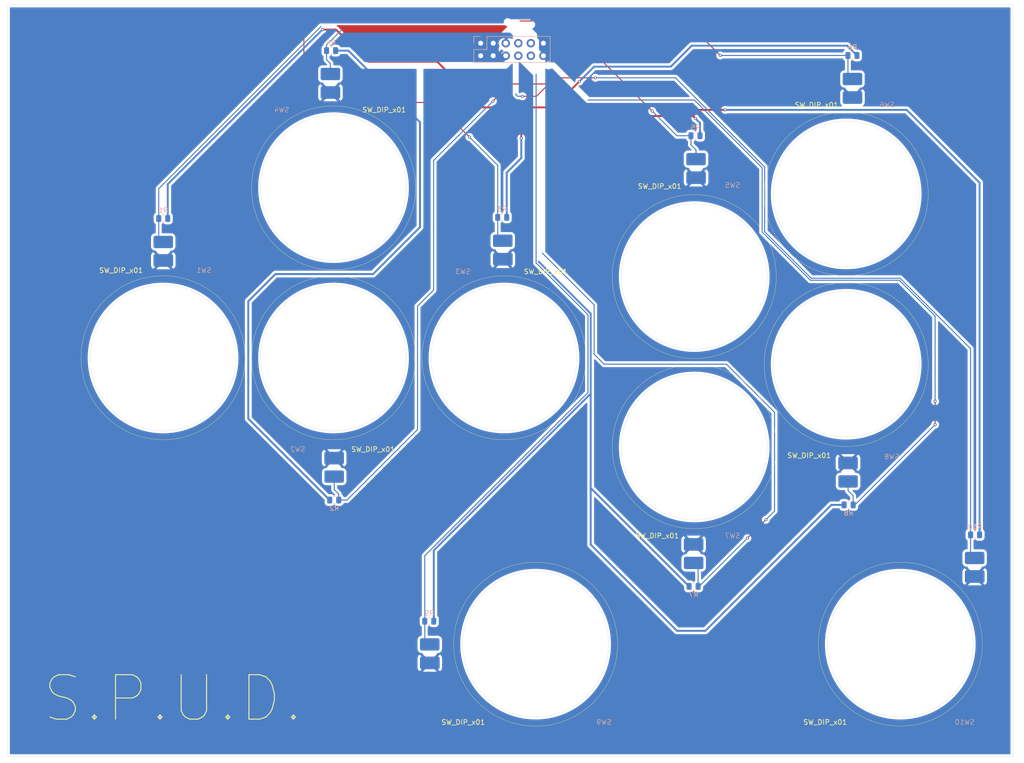
<source format=kicad_pcb>
(kicad_pcb (version 20241229) (generator "pcbnew") (generator_version "9.0")
  (layers (0 "F.Cu" signal) (2 "B.Cu" signal) (13 "F.Paste" user) (15 "B.Paste" user) (5 "F.SilkS" user "F.Silkscreen") (7 "B.SilkS" user "B.Silkscreen") (1 "F.Mask" user) (3 "B.Mask" user) (25 "Edge.Cuts" user))
  (net 0 "")
  (net 1 "GND")
  (net 2 "ARC10")
  (net 3 "3.3V")
  (net 4 "ARC4")
  (net 5 "ARC9")
  (net 6 "ARC3")
  (net 7 "ARC5")
  (net 8 "ARC1")
  (net 9 "ARC6")
  (net 10 "ARC7")
  (net 11 "ARC8")
  (net 12 "ARC2")
  (footprint "Resistor_SMD:R_0805_2012Metric" (layer "B.Cu") (at 53.032142 60.5 180)
    (property "Reference" "R1" (at 0 1.65 0) (layer "B.SilkS") (effects (justify mirror)))
    (property "Value" "10k")
    (fp_line (start -0.227064 0.735) (end 0.227064 0.735) (stroke (width 0.12)) (layer "B.SilkS"))
    (fp_line (start -0.227064 -0.735) (end 0.227064 -0.735) (stroke (width 0.12)) (layer "B.SilkS"))
    (pad "1" smd roundrect (at -0.9125 0 180) (size 1.025 1.4) (layers "B.Cu" "B.Mask" "B.Paste") (roundrect_rratio 0.243902) (net 3 "3.3V"))
    (pad "2" smd roundrect (at 0.9125 0 180) (size 1.025 1.4) (layers "B.Cu" "B.Mask" "B.Paste") (roundrect_rratio 0.243902) (net 8 "ARC1"))
  )
  (footprint "Resistor_SMD:R_0805_2012Metric" (layer "B.Cu") (at 192.520238 27.483125 180)
    (property "Reference" "R6" (at 0 1.65 0) (layer "B.SilkS") (effects (justify mirror)))
    (property "Value" "10k")
    (fp_line (start -0.227064 0.735) (end 0.227064 0.735) (stroke (width 0.12)) (layer "B.SilkS"))
    (fp_line (start -0.227064 -0.735) (end 0.227064 -0.735) (stroke (width 0.12)) (layer "B.SilkS"))
    (pad "1" smd roundrect (at -0.9125 0 180) (size 1.025 1.4) (layers "B.Cu" "B.Mask" "B.Paste") (roundrect_rratio 0.243902) (net 3 "3.3V"))
    (pad "2" smd roundrect (at 0.9125 0 180) (size 1.025 1.4) (layers "B.Cu" "B.Mask" "B.Paste") (roundrect_rratio 0.243902) (net 9 "ARC6"))
  )
  (footprint "Resistor_SMD:R_0805_2012Metric" (layer "B.Cu") (at 106.87625 142.05 180)
    (property "Reference" "R9" (at 0 1.65 0) (layer "B.SilkS") (effects (justify mirror)))
    (property "Value" "10k")
    (fp_line (start -0.227064 0.735) (end 0.227064 0.735) (stroke (width 0.12)) (layer "B.SilkS"))
    (fp_line (start -0.227064 -0.735) (end 0.227064 -0.735) (stroke (width 0.12)) (layer "B.SilkS"))
    (pad "1" smd roundrect (at -0.9125 0 180) (size 1.025 1.4) (layers "B.Cu" "B.Mask" "B.Paste") (roundrect_rratio 0.243902) (net 3 "3.3V"))
    (pad "2" smd roundrect (at 0.9125 0 180) (size 1.025 1.4) (layers "B.Cu" "B.Mask" "B.Paste") (roundrect_rratio 0.243902) (net 5 "ARC9"))
  )
  (footprint "custom:pads" (layer "B.Cu") (at 193.613125 117.5)
    (property "Reference" "SW8" (at 6.886875 -8.75 0) (layer "B.SilkS") (effects (font (thickness 0.1)) (justify mirror)))
    (property "Value" "SW_DIP_x01" (at -9.863125 -9 0) (layer "F.SilkS"))
    (pad "1" smd roundrect (at -1.97625 -3.75) (size 3.9525 2.5) (layers "B.Cu" "B.Mask" "B.Paste") (roundrect_rratio 0.15) (net 11 "ARC8"))
    (pad "2" smd roundrect (at -1.988125 -7.5) (size 3.97625 2.5675) (layers "B.Cu" "B.Mask" "B.Paste") (roundrect_rratio 0.15) (net 1 "GND"))
  )
  (footprint "Resistor_SMD:R_0805_2012Metric" (layer "B.Cu") (at 160.375 135)
    (property "Reference" "R7" (at 0 1.65 0) (layer "B.SilkS") (effects (justify mirror)))
    (property "Value" "10k")
    (fp_line (start -0.227064 -0.735) (end 0.227064 -0.735) (stroke (width 0.12)) (layer "B.SilkS"))
    (fp_line (start -0.227064 0.735) (end 0.227064 0.735) (stroke (width 0.12)) (layer "B.SilkS"))
    (pad "1" smd roundrect (at -0.9125 0) (size 1.025 1.4) (layers "B.Cu" "B.Mask" "B.Paste") (roundrect_rratio 0.243902) (net 3 "3.3V"))
    (pad "2" smd roundrect (at 0.9125 0) (size 1.025 1.4) (layers "B.Cu" "B.Mask" "B.Paste") (roundrect_rratio 0.243902) (net 10 "ARC7"))
  )
  (footprint "custom:pads" (layer "B.Cu") (at 215.27375 125.5 180)
    (property "Reference" "SW10" (at 0.02375 -37 0) (layer "B.SilkS") (effects (font (thickness 0.1)) (justify mirror)))
    (property "Value" "SW_DIP_x01" (at 28.27375 -37 0) (layer "F.SilkS"))
    (pad "1" smd roundrect (at -1.97625 -3.75 180) (size 3.9525 2.5) (layers "B.Cu" "B.Mask" "B.Paste") (roundrect_rratio 0.15) (net 2 "ARC10"))
    (pad "2" smd roundrect (at -1.988125 -7.5 180) (size 3.97625 2.5675) (layers "B.Cu" "B.Mask" "B.Paste") (roundrect_rratio 0.15) (net 1 "GND"))
  )
  (footprint "custom:pads" (layer "B.Cu") (at 89.613125 116.516875)
    (property "Reference" "SW2" (at -9.363125 -9.266875 0) (layer "B.SilkS") (effects (font (thickness 0.1)) (justify mirror)))
    (property "Value" "SW_DIP_x01" (at 5.886875 -9.266875 0) (layer "F.SilkS"))
    (pad "1" smd roundrect (at -1.97625 -3.75) (size 3.9525 2.5) (layers "B.Cu" "B.Mask" "B.Paste") (roundrect_rratio 0.15) (net 12 "ARC2"))
    (pad "2" smd roundrect (at -1.988125 -7.5) (size 3.97625 2.5675) (layers "B.Cu" "B.Mask" "B.Paste") (roundrect_rratio 0.15) (net 1 "GND"))
  )
  (footprint "Resistor_SMD:R_0805_2012Metric" (layer "B.Cu") (at 87 26.5 180)
    (property "Reference" "R4" (at 0 1.65 0) (layer "B.SilkS") (effects (justify mirror)))
    (property "Value" "10k")
    (fp_line (start -0.227064 0.735) (end 0.227064 0.735) (stroke (width 0.12)) (layer "B.SilkS"))
    (fp_line (start -0.227064 -0.735) (end 0.227064 -0.735) (stroke (width 0.12)) (layer "B.SilkS"))
    (pad "1" smd roundrect (at -0.9125 0 180) (size 1.025 1.4) (layers "B.Cu" "B.Mask" "B.Paste") (roundrect_rratio 0.243902) (net 3 "3.3V"))
    (pad "2" smd roundrect (at 0.9125 0 180) (size 1.025 1.4) (layers "B.Cu" "B.Mask" "B.Paste") (roundrect_rratio 0.243902) (net 4 "ARC4"))
  )
  (footprint "Connector_PinHeader_2.54mm:PinHeader_2x06_P2.54mm_Vertical" (layer "B.Cu") (at 117.275 25 -90)
    (property "Reference" "ARCADE_PCB_CONN2" (hide yes))
    (property "Value" "Conn_02x06_Top_Bottom" (hide yes))
    (fp_line (start -1.38 1.38) (end 0 1.38) (stroke (width 0.12)) (layer "B.SilkS"))
    (fp_line (start 1.27 1.38) (end 3.92 1.38) (stroke (width 0.12)) (layer "B.SilkS"))
    (fp_line (start 3.92 1.38) (end 3.92 -14.08) (stroke (width 0.12)) (layer "B.SilkS"))
    (fp_line (start -1.38 0) (end -1.38 1.38) (stroke (width 0.12)) (layer "B.SilkS"))
    (fp_line (start -1.38 -1.27) (end 1.27 -1.27) (stroke (width 0.12)) (layer "B.SilkS"))
    (fp_line (start -1.38 -1.27) (end -1.38 -14.08) (stroke (width 0.12)) (layer "B.SilkS"))
    (fp_line (start 1.27 -1.27) (end 1.27 1.38) (stroke (width 0.12)) (layer "B.SilkS"))
    (fp_line (start -1.38 -14.08) (end 3.92 -14.08) (stroke (width 0.12)) (layer "B.SilkS"))
    (pad "1" thru_hole rect (at 0 0 270) (size 1.7 1.7) (drill 1) (layers "*.Cu" "*.Mask") (net 8 "ARC1"))
    (pad "2" thru_hole circle (at 2.54 0 270) (size 1.7 1.7) (drill 1) (layers "*.Cu" "*.Mask") (net 12 "ARC2"))
    (pad "3" thru_hole circle (at 0 -2.54 270) (size 1.7 1.7) (drill 1) (layers "*.Cu" "*.Mask") (net 6 "ARC3"))
    (pad "4" thru_hole circle (at 2.54 -2.54 270) (size 1.7 1.7) (drill 1) (layers "*.Cu" "*.Mask") (net 4 "ARC4"))
    (pad "5" thru_hole circle (at 0 -5.08 270) (size 1.7 1.7) (drill 1) (layers "*.Cu" "*.Mask") (net 7 "ARC5"))
    (pad "6" thru_hole circle (at 2.54 -5.08 270) (size 1.7 1.7) (drill 1) (layers "*.Cu" "*.Mask") (net 9 "ARC6"))
    (pad "7" thru_hole circle (at 0 -7.62 270) (size 1.7 1.7) (drill 1) (layers "*.Cu" "*.Mask") (net 10 "ARC7"))
    (pad "8" thru_hole circle (at 2.54 -7.62 270) (size 1.7 1.7) (drill 1) (layers "*.Cu" "*.Mask") (net 11 "ARC8"))
    (pad "9" thru_hole circle (at 0 -10.16 270) (size 1.7 1.7) (drill 1) (layers "*.Cu" "*.Mask") (net 5 "ARC9"))
    (pad "10" thru_hole circle (at 2.54 -10.16 270) (size 1.7 1.7) (drill 1) (layers "*.Cu" "*.Mask") (net 2 "ARC10"))
    (pad "11" thru_hole circle (at 0 -12.7 270) (size 1.7 1.7) (drill 1) (layers "*.Cu" "*.Mask") (net 3 "3.3V"))
    (pad "12" thru_hole circle (at 2.54 -12.7 270) (size 1.7 1.7) (drill 1) (layers "*.Cu" "*.Mask") (net 1 "GND"))
  )
  (footprint "Resistor_SMD:R_0805_2012Metric" (layer "B.Cu") (at 87.636875 117.516875)
    (property "Reference" "R2" (at 0 1.65 0) (layer "B.SilkS") (effects (justify mirror)))
    (property "Value" "10k")
    (fp_line (start -0.227064 -0.735) (end 0.227064 -0.735) (stroke (width 0.12)) (layer "B.SilkS"))
    (fp_line (start -0.227064 0.735) (end 0.227064 0.735) (stroke (width 0.12)) (layer "B.SilkS"))
    (pad "1" smd roundrect (at -0.9125 0) (size 1.025 1.4) (layers "B.Cu" "B.Mask" "B.Paste") (roundrect_rratio 0.243902) (net 3 "3.3V"))
    (pad "2" smd roundrect (at 0.9125 0) (size 1.025 1.4) (layers "B.Cu" "B.Mask" "B.Paste") (roundrect_rratio 0.243902) (net 12 "ARC2"))
  )
  (footprint "Resistor_SMD:R_0805_2012Metric" (layer "B.Cu") (at 217.336875 124.566875 180)
    (property "Reference" "R10" (at 0 1.65 0) (layer "B.SilkS") (effects (justify mirror)))
    (property "Value" "10k")
    (fp_line (start -0.227064 0.735) (end 0.227064 0.735) (stroke (width 0.12)) (layer "B.SilkS"))
    (fp_line (start -0.227064 -0.735) (end 0.227064 -0.735) (stroke (width 0.12)) (layer "B.SilkS"))
    (pad "1" smd roundrect (at -0.9125 0 180) (size 1.025 1.4) (layers "B.Cu" "B.Mask" "B.Paste") (roundrect_rratio 0.243902) (net 3 "3.3V"))
    (pad "2" smd roundrect (at 0.9125 0 180) (size 1.025 1.4) (layers "B.Cu" "B.Mask" "B.Paste") (roundrect_rratio 0.243902) (net 2 "ARC10"))
  )
  (footprint "custom:pads" (layer "B.Cu") (at 51.055892 61.5 180)
    (property "Reference" "SW1" (at -10.194108 -9.5 0) (layer "B.SilkS") (effects (font (thickness 0.1)) (justify mirror)))
    (property "Value" "SW_DIP_x01" (at 6.555892 -9.5 0) (layer "F.SilkS"))
    (pad "1" smd roundrect (at -1.97625 -3.75 180) (size 3.9525 2.5) (layers "B.Cu" "B.Mask" "B.Paste") (roundrect_rratio 0.15) (net 8 "ARC1"))
    (pad "2" smd roundrect (at -1.988125 -7.5 180) (size 3.97625 2.5675) (layers "B.Cu" "B.Mask" "B.Paste") (roundrect_rratio 0.15) (net 1 "GND"))
  )
  (footprint "Resistor_SMD:R_0805_2012Metric" (layer "B.Cu") (at 160.75 43.733125 180)
    (property "Reference" "R5" (at 0 1.65 0) (layer "B.SilkS") (effects (justify mirror)))
    (property "Value" "10k")
    (fp_line (start -0.227064 0.735) (end 0.227064 0.735) (stroke (width 0.12)) (layer "B.SilkS"))
    (fp_line (start -0.227064 -0.735) (end 0.227064 -0.735) (stroke (width 0.12)) (layer "B.SilkS"))
    (pad "1" smd roundrect (at -0.9125 0 180) (size 1.025 1.4) (layers "B.Cu" "B.Mask" "B.Paste") (roundrect_rratio 0.243902) (net 3 "3.3V"))
    (pad "2" smd roundrect (at 0.9125 0 180) (size 1.025 1.4) (layers "B.Cu" "B.Mask" "B.Paste") (roundrect_rratio 0.243902) (net 7 "ARC5"))
  )
  (footprint "custom:pads" (layer "B.Cu") (at 162.363125 134)
    (property "Reference" "SW7" (at 5.886875 -9.25 0) (layer "B.SilkS") (effects (font (thickness 0.1)) (justify mirror)))
    (property "Value" "SW_DIP_x01" (at -9.363125 -9.25 0) (layer "F.SilkS"))
    (pad "1" smd roundrect (at -1.97625 -3.75) (size 3.9525 2.5) (layers "B.Cu" "B.Mask" "B.Paste") (roundrect_rratio 0.15) (net 10 "ARC7"))
    (pad "2" smd roundrect (at -1.988125 -7.5) (size 3.97625 2.5675) (layers "B.Cu" "B.Mask" "B.Paste") (roundrect_rratio 0.15) (net 1 "GND"))
  )
  (footprint "Resistor_SMD:R_0805_2012Metric" (layer "B.Cu") (at 191.75 118.5)
    (property "Reference" "R8" (at 0 1.65 0) (layer "B.SilkS") (effects (justify mirror)))
    (property "Value" "10k")
    (fp_line (start -0.227064 -0.735) (end 0.227064 -0.735) (stroke (width 0.12)) (layer "B.SilkS"))
    (fp_line (start -0.227064 0.735) (end 0.227064 0.735) (stroke (width 0.12)) (layer "B.SilkS"))
    (pad "1" smd roundrect (at -0.9125 0) (size 1.025 1.4) (layers "B.Cu" "B.Mask" "B.Paste") (roundrect_rratio 0.243902) (net 3 "3.3V"))
    (pad "2" smd roundrect (at 0.9125 0) (size 1.025 1.4) (layers "B.Cu" "B.Mask" "B.Paste") (roundrect_rratio 0.243902) (net 11 "ARC8"))
  )
  (footprint "custom:pads" (layer "B.Cu") (at 190.543988 28.5 180)
    (property "Reference" "SW6" (at -8.956012 -9 0) (layer "B.SilkS") (effects (font (thickness 0.1)) (justify mirror)))
    (property "Value" "SW_DIP_x01" (at 5.293988 -9 0) (layer "F.SilkS"))
    (pad "1" smd roundrect (at -1.97625 -3.75 180) (size 3.9525 2.5) (layers "B.Cu" "B.Mask" "B.Paste") (roundrect_rratio 0.15) (net 9 "ARC6"))
    (pad "2" smd roundrect (at -1.988125 -7.5 180) (size 3.97625 2.5675) (layers "B.Cu" "B.Mask" "B.Paste") (roundrect_rratio 0.15) (net 1 "GND"))
  )
  (footprint "custom:pads" (layer "B.Cu") (at 119.77375 61.25 180)
    (property "Reference" "SW3" (at 6.080923 -10 0) (layer "B.SilkS") (effects (font (thickness 0.1)) (justify mirror)))
    (property "Value" "SW_DIP_x01" (at -10.669077 -10 0) (layer "F.SilkS"))
    (pad "1" smd roundrect (at -1.97625 -3.75 180) (size 3.9525 2.5) (layers "B.Cu" "B.Mask" "B.Paste") (roundrect_rratio 0.15) (net 6 "ARC3"))
    (pad "2" smd roundrect (at -1.988125 -7.5 180) (size 3.97625 2.5675) (layers "B.Cu" "B.Mask" "B.Paste") (roundrect_rratio 0.15) (net 1 "GND"))
  )
  (footprint "custom:pads" (layer "B.Cu") (at 158.886875 44.733125 180)
    (property "Reference" "SW5" (at -9.363125 -9.016875 0) (layer "B.SilkS") (effects (font (thickness 0.1)) (justify mirror)))
    (property "Value" "SW_DIP_x01" (at 5.386875 -9.25 0) (layer "F.SilkS"))
    (pad "1" smd roundrect (at -1.97625 -3.75 180) (size 3.9525 2.5) (layers "B.Cu" "B.Mask" "B.Paste") (roundrect_rratio 0.15) (net 7 "ARC5"))
    (pad "2" smd roundrect (at -1.988125 -7.5 180) (size 3.97625 2.5675) (layers "B.Cu" "B.Mask" "B.Paste") (roundrect_rratio 0.15) (net 1 "GND"))
  )
  (footprint "custom:pads" (layer "B.Cu") (at 84.886875 27.483125 180)
    (property "Reference" "SW4" (at 7.886875 -11.016875 0) (layer "B.SilkS") (effects (font (thickness 0.1)) (justify mirror)))
    (property "Value" "SW_DIP_x01" (at -12.863125 -11.016875 0) (layer "F.SilkS"))
    (pad "1" smd roundrect (at -1.97625 -3.75 180) (size 3.9525 2.5) (layers "B.Cu" "B.Mask" "B.Paste") (roundrect_rratio 0.15) (net 4 "ARC4"))
    (pad "2" smd roundrect (at -1.988125 -7.5 180) (size 3.97625 2.5675) (layers "B.Cu" "B.Mask" "B.Paste") (roundrect_rratio 0.15) (net 1 "GND"))
  )
  (footprint "Resistor_SMD:R_0805_2012Metric" (layer "B.Cu") (at 121.636875 60.266875 180)
    (property "Reference" "R3" (at 0 1.65 0) (layer "B.SilkS") (effects (justify mirror)))
    (property "Value" "10k")
    (fp_line (start -0.227064 0.735) (end 0.227064 0.735) (stroke (width 0.12)) (layer "B.SilkS"))
    (fp_line (start -0.227064 -0.735) (end 0.227064 -0.735) (stroke (width 0.12)) (layer "B.SilkS"))
    (pad "1" smd roundrect (at -0.9125 0 180) (size 1.025 1.4) (layers "B.Cu" "B.Mask" "B.Paste") (roundrect_rratio 0.243902) (net 3 "3.3V"))
    (pad "2" smd roundrect (at 0.9125 0 180) (size 1.025 1.4) (layers "B.Cu" "B.Mask" "B.Paste") (roundrect_rratio 0.243902) (net 6 "ARC3"))
  )
  (footprint "custom:pads" (layer "B.Cu") (at 105 143 180)
    (property "Reference" "SW9" (at -37.25 -19.5 0) (layer "B.SilkS") (effects (font (thickness 0.1)) (justify mirror)))
    (property "Value" "SW_DIP_x01" (at -8.75 -19.516875 0) (layer "F.SilkS"))
    (pad "1" smd roundrect (at -1.97625 -3.75 180) (size 3.9525 2.5) (layers "B.Cu" "B.Mask" "B.Paste") (roundrect_rratio 0.15) (net 5 "ARC9"))
    (pad "2" smd roundrect (at -1.988125 -7.5 180) (size 3.97625 2.5675) (layers "B.Cu" "B.Mask" "B.Paste") (roundrect_rratio 0.15) (net 1 "GND"))
  )
  (gr_circle (center 53 88.7) (end 36.4 88.7) (stroke (width 0.05)) (fill no) (layer "F.SilkS"))
  (gr_circle (center 160.5 72.266875) (end 177.1 72.266875) (stroke (width 0.05)) (fill no) (layer "F.SilkS"))
  (gr_circle (center 122 88.7) (end 105.4 88.7) (stroke (width 0.05)) (fill no) (layer "F.SilkS"))
  (gr_circle (center 87.5 54.3) (end 104.1 54.3) (stroke (width 0.05)) (fill no) (layer "F.SilkS"))
  (gr_circle (center 202.2 146.7) (end 218.8 146.7) (stroke (width 0.05)) (fill no) (layer "F.SilkS"))
  (gr_circle (center 191.25 90.066875) (end 207.85 90.066875) (stroke (width 0.05)) (fill no) (layer "F.SilkS"))
  (gr_circle (center 160.5 106.716875) (end 143.9 106.716875) (stroke (width 0.05)) (fill no) (layer "F.SilkS"))
  (gr_circle (center 128.4 146.7) (end 145 146.7) (stroke (width 0.05)) (fill no) (layer "F.SilkS"))
  (gr_circle (center 191.25 55.516875) (end 207.85 55.516875) (stroke (width 0.05)) (fill no) (layer "F.SilkS"))
  (gr_circle (center 87.5 88.7) (end 70.9 88.7) (stroke (width 0.05)) (fill no) (layer "F.SilkS"))
  (gr_circle (center 128.4 146.7) (end 143.15 146.7) (stroke (width 0.05)) (fill no) (layer "Edge.Cuts"))
  (gr_circle (center 202.2 146.7) (end 216.95 146.7) (stroke (width 0.05)) (fill no) (layer "Edge.Cuts"))
  (gr_circle (center 160.5 106.766875) (end 175.25 106.766875) (stroke (width 0.05)) (fill no) (layer "Edge.Cuts"))
  (gr_circle (center 53 88.75) (end 67.75 88.75) (stroke (width 0.05)) (fill no) (layer "Edge.Cuts"))
  (gr_circle (center 191.25 55.516875) (end 206 55.516875) (stroke (width 0.05)) (fill no) (layer "Edge.Cuts"))
  (gr_circle (center 87.5 88.75) (end 102.25 88.75) (stroke (width 0.05)) (fill no) (layer "Edge.Cuts"))
  (gr_circle (center 191.25 90.016875) (end 206 90.016875) (stroke (width 0.05)) (fill no) (layer "Edge.Cuts"))
  (gr_rect (start 21.5 17.25) (end 225 169.5) (stroke (width 0.05)) (fill no) (layer "Edge.Cuts"))
  (gr_circle (center 160.5 72.266875) (end 175.25 72.266875) (stroke (width 0.05)) (fill no) (layer "Edge.Cuts"))
  (gr_circle (center 87.5 54.25) (end 102.25 54.25) (stroke (width 0.05)) (fill no) (layer "Edge.Cuts"))
  (gr_circle (center 122 88.75) (end 136.75 88.75) (stroke (width 0.05)) (fill no) (layer "Edge.Cuts"))
  (gr_text "S.P.U.D." (at 28.25 163 0) (layer "F.SilkS") (effects (font (size 9 9) (thickness 0.2) (bold yes)) (justify left bottom)))
  (segment (start 132.3171 32) (end 128.5671 35.75) (width 0.2) (layer "F.Cu") (net 2))
  (segment (start 125.75 35.75) (end 128.5671 35.75) (width 0.2) (layer "F.Cu") (net 2))
  (segment (start 140.5 32) (end 132.3171 32) (width 0.2) (layer "F.Cu") (net 2))
  (via (at 140.5 32) (size 0.6) (drill 0.3) (layers "F.Cu" "B.Cu") (net 2))
  (via (at 125.75 35.75) (size 0.6) (drill 0.3) (layers "F.Cu" "B.Cu") (net 2))
  (segment (start 216.424375 86.857275) (end 202.1661 72.599) (width 0.2) (layer "B.Cu") (net 2))
  (segment (start 184.1661 72.599) (end 174.75 63.1829) (width 0.2) (layer "B.Cu") (net 2))
  (segment (start 216.424375 128.424375) (end 217.25 129.25) (width 0.2) (layer "B.Cu") (net 2))
  (segment (start 156.698426 32) (end 140.5 32) (width 0.2) (layer "B.Cu") (net 2))
  (segment (start 202.1661 72.599) (end 184.1661 72.599) (width 0.2) (layer "B.Cu") (net 2))
  (segment (start 125.75 35.75) (end 125.5 35.75) (width 0.2) (layer "B.Cu") (net 2))
  (segment (start 174.75 63.1829) (end 174.75 50.051574) (width 0.2) (layer "B.Cu") (net 2))
  (segment (start 174.75 50.051574) (end 156.698426 32) (width 0.2) (layer "B.Cu") (net 2))
  (segment (start 216.424375 124.566875) (end 216.424375 128.424375) (width 0.2) (layer "B.Cu") (net 2))
  (segment (start 124.75 35.75) (end 125.75 35.75) (width 0.2) (layer "B.Cu") (net 2))
  (segment (start 216.424375 124.566875) (end 216.424375 86.857275) (width 0.2) (layer "B.Cu") (net 2))
  (segment (start 124.375 35.25) (end 124.375 35.375) (width 0.2) (layer "B.Cu") (net 2))
  (segment (start 124.375 35.375) (end 124.75 35.75) (width 0.2) (layer "B.Cu") (net 2))
  (segment (start 94.5 28.75) (end 88 22.25) (width 0.38) (layer "F.Cu") (net 3))
  (segment (start 125.5 38) (end 117.75 38) (width 0.38) (layer "F.Cu") (net 3))
  (segment (start 137.25 32.75) (end 132 38) (width 0.38) (layer "F.Cu") (net 3))
  (segment (start 108.5 28.75) (end 94.5 28.75) (width 0.38) (layer "F.Cu") (net 3))
  (segment (start 125.5 44.25) (end 125.5 38) (width 0.38) (layer "F.Cu") (net 3))
  (segment (start 160.75 40.25) (end 160.25 39.75) (width 0.38) (layer "F.Cu") (net 3))
  (segment (start 160.25 39.75) (end 133.75 39.75) (width 0.38) (layer "F.Cu") (net 3))
  (segment (start 132 38) (end 125.5 38) (width 0.38) (layer "F.Cu") (net 3))
  (segment (start 117.75 38) (end 108.5 28.75) (width 0.38) (layer "F.Cu") (net 3))
  (segment (start 88 22.25) (end 85.25 22.25) (width 0.38) (layer "F.Cu") (net 3))
  (segment (start 166.75 38.5) (end 161.5 38.5) (width 0.38) (layer "F.Cu") (net 3))
  (segment (start 161.5 38.5) (end 160.25 39.75) (width 0.38) (layer "F.Cu") (net 3))
  (segment (start 133.75 39.75) (end 132 38) (width 0.38) (layer "F.Cu") (net 3))
  (via (at 125.5 44.25) (size 0.6) (drill 0.3) (layers "F.Cu" "B.Cu") (net 3))
  (via (at 137.25 32.75) (size 0.6) (drill 0.3) (layers "F.Cu" "B.Cu") (net 3))
  (via (at 166.75 38.5) (size 0.6) (drill 0.3) (layers "F.Cu" "B.Cu") (net 3))
  (via (at 160.75 40.25) (size 0.6) (drill 0.3) (layers "F.Cu" "B.Cu") (net 3))
  (via (at 85.25 22.25) (size 0.6) (drill 0.3) (layers "F.Cu" "B.Cu") (net 3))
  (segment (start 190.8375 118.5) (end 188.25 118.5) (width 0.38) (layer "B.Cu") (net 3))
  (segment (start 107.78875 127.72634) (end 139.541001 95.974089) (width 0.38) (layer "B.Cu") (net 3))
  (segment (start 122.549375 60.266875) (end 122.549375 51.200625) (width 0.38) (layer "B.Cu") (net 3))
  (segment (start 53.944642 53.555358) (end 85.25 22.25) (width 0.38) (layer "B.Cu") (net 3))
  (segment (start 193.432738 27.483125) (end 191.449613 25.5) (width 0.38) (layer "B.Cu") (net 3))
  (segment (start 140.25 29.75) (end 137.25 32.75) (width 0.38) (layer "B.Cu") (net 3))
  (segment (start 203.5 38.5) (end 166.75 38.5) (width 0.38) (layer "B.Cu") (net 3))
  (segment (start 107.78875 142.05) (end 107.78875 127.72634) (width 0.38) (layer "B.Cu") (net 3))
  (segment (start 162.75 144) (end 157 144) (width 0.38) (layer "B.Cu") (net 3))
  (segment (start 90.5 26.5) (end 105 41) (width 0.38) (layer "B.Cu") (net 3))
  (segment (start 53.944642 60.5) (end 53.944642 53.555358) (width 0.38) (layer "B.Cu") (net 3))
  (segment (start 86.724375 117.516875) (end 70.25 101.0425) (width 0.38) (layer "B.Cu") (net 3))
  (segment (start 155.75 29.75) (end 140.25 29.75) (width 0.38) (layer "B.Cu") (net 3))
  (segment (start 139.541001 95.974089) (end 139.541 79.75) (width 0.38) (layer "B.Cu") (net 3))
  (segment (start 70.25 77.25) (end 75.75 71.75) (width 0.38) (layer "B.Cu") (net 3))
  (segment (start 70.25 101.0425) (end 70.25 77.25) (width 0.38) (layer "B.Cu") (net 3))
  (segment (start 139.541001 115.078501) (end 139.541001 95.974089) (width 0.38) (layer "B.Cu") (net 3))
  (segment (start 105 62.25) (end 105 41) (width 0.38) (layer "B.Cu") (net 3))
  (segment (start 87.9125 26.5) (end 90.5 26.5) (width 0.38) (layer "B.Cu") (net 3))
  (segment (start 160 25.5) (end 155.75 29.75) (width 0.38) (layer "B.Cu") (net 3))
  (segment (start 191.449613 25.5) (end 160 25.5) (width 0.38) (layer "B.Cu") (net 3))
  (segment (start 161.6625 43.733125) (end 161.6625 41.5) (width 0.38) (layer "B.Cu") (net 3))
  (segment (start 159.4625 135) (end 139.541001 115.078501) (width 0.38) (layer "B.Cu") (net 3))
  (segment (start 122.549375 51.200625) (end 125.5 48.25) (width 0.38) (layer "B.Cu") (net 3))
  (segment (start 139.541 79.75) (end 129.041 69.25) (width 0.38) (layer "B.Cu") (net 3))
  (segment (start 161.6625 41.1625) (end 160.75 40.25) (width 0.38) (layer "B.Cu") (net 3))
  (segment (start 125.5 48.25) (end 125.5 44.25) (width 0.38) (layer "B.Cu") (net 3))
  (segment (start 139.541001 126.541001) (end 139.541001 115.078501) (width 0.38) (layer "B.Cu") (net 3))
  (segment (start 188.25 118.5) (end 162.75 144) (width 0.38) (layer "B.Cu") (net 3))
  (segment (start 218.249375 53.249375) (end 203.5 38.5) (width 0.38) (layer "B.Cu") (net 3))
  (segment (start 157 144) (end 139.541001 126.541001) (width 0.38) (layer "B.Cu") (net 3))
  (segment (start 218.249375 124.566875) (end 218.249375 53.249375) (width 0.38) (layer "B.Cu") (net 3))
  (segment (start 75.75 71.75) (end 95.5 71.75) (width 0.38) (layer "B.Cu") (net 3))
  (segment (start 95.5 71.75) (end 105 62.25) (width 0.38) (layer "B.Cu") (net 3))
  (segment (start 161.6625 41.5) (end 161.6625 41.1625) (width 0.38) (layer "B.Cu") (net 3))
  (segment (start 86.863125 31.233125) (end 86.863125 29.113125) (width 0.2) (layer "B.Cu") (net 4))
  (segment (start 86.863125 31.233125) (end 86.483125 31.233125) (width 0.2) (layer "B.Cu") (net 4))
  (segment (start 86.0875 28.3375) (end 86.0875 26.5) (width 0.2) (layer "B.Cu") (net 4))
  (segment (start 86.863125 29.113125) (end 86.0875 28.3375) (width 0.2) (layer "B.Cu") (net 4))
  (segment (start 86.0875 25.346148) (end 89.183648 22.25) (width 0.2) (layer "B.Cu") (net 4))
  (segment (start 86.0875 26.5) (end 86.0875 25.346148) (width 0.2) (layer "B.Cu") (net 4))
  (segment (start 105.96375 142.05) (end 105.96375 128.78625) (width 0.2) (layer "B.Cu") (net 5))
  (segment (start 105.96375 145.7375) (end 106.97625 146.75) (width 0.2) (layer "B.Cu") (net 5))
  (segment (start 105.96375 142.05) (end 105.96375 145.7375) (width 0.2) (layer "B.Cu") (net 5))
  (segment (start 128.5 69.5) (end 128.5 31.25) (width 0.2) (layer "B.Cu") (net 5))
  (segment (start 139 80) (end 128.5 69.5) (width 0.2) (layer "B.Cu") (net 5))
  (segment (start 105.96375 128.78625) (end 139 95.75) (width 0.2) (layer "B.Cu") (net 5))
  (segment (start 139 95.75) (end 139 80) (width 0.2) (layer "B.Cu") (net 5))
  (segment (start 84.25 37) (end 81.5 34.25) (width 0.2) (layer "F.Cu") (net 6))
  (segment (start 108 37) (end 84.25 37) (width 0.2) (layer "F.Cu") (net 6))
  (segment (start 81.5 34.25) (end 81.5 24) (width 0.2) (layer "F.Cu") (net 6))
  (segment (start 81.5 24) (end 84.75 20.75) (width 0.2) (layer "F.Cu") (net 6))
  (segment (start 115 44) (end 108 37) (width 0.2) (layer "F.Cu") (net 6))
  (via (at 115 44) (size 0.6) (drill 0.3) (layers "F.Cu" "B.Cu") (net 6))
  (segment (start 120.724375 49.724375) (end 115 44) (width 0.2) (layer "B.Cu") (net 6))
  (segment (start 120.724375 63.974375) (end 121.75 65) (width 0.2) (layer "B.Cu") (net 6))
  (segment (start 120.724375 60.266875) (end 120.724375 49.724375) (width 0.2) (layer "B.Cu") (net 6))
  (segment (start 120.724375 60.266875) (end 120.724375 63.974375) (width 0.2) (layer "B.Cu") (net 6))
  (segment (start 152 38.75) (end 133.75 20.5) (width 0.2) (layer "F.Cu") (net 7))
  (segment (start 133.75 20.5) (end 125.25 20.5) (width 0.2) (layer "F.Cu") (net 7))
  (via (at 152 38.75) (size 0.6) (drill 0.3) (layers "F.Cu" "B.Cu") (net 7))
  (segment (start 156.983125 43.733125) (end 152 38.75) (width 0.2) (layer "B.Cu") (net 7))
  (segment (start 159.8375 43.733125) (end 156.983125 43.733125) (width 0.2) (layer "B.Cu") (net 7))
  (segment (start 159.8375 43.733125) (end 159.8375 45.5875) (width 0.2) (layer "B.Cu") (net 7))
  (segment (start 159.8375 45.5875) (end 160.863125 46.613125) (width 0.2) (layer "B.Cu") (net 7))
  (segment (start 160.863125 46.613125) (end 160.863125 48.483125) (width 0.2) (layer "B.Cu") (net 7))
  (segment (start 52.119642 64.3375) (end 53.032142 65.25) (width 0.2) (layer "B.Cu") (net 8))
  (segment (start 52.119642 60.5) (end 52.119642 54.459704) (width 0.2) (layer "B.Cu") (net 8))
  (segment (start 52.119642 54.459704) (end 84.980346 21.599) (width 0.2) (layer "B.Cu") (net 8))
  (segment (start 52.119642 60.5) (end 52.119642 64.3375) (width 0.2) (layer "B.Cu") (net 8))
  (segment (start 165.766875 27.483125) (end 158.38275 20.099) (width 0.2) (layer "F.Cu") (net 9))
  (segment (start 158.38275 20.099) (end 125.0839 20.099) (width 0.2) (layer "F.Cu") (net 9))
  (via (at 165.766875 27.483125) (size 0.6) (drill 0.3) (layers "F.Cu" "B.Cu") (net 9))
  (segment (start 191.607738 27.483125) (end 165.766875 27.483125) (width 0.2) (layer "B.Cu") (net 9))
  (segment (start 191.607738 31.3375) (end 192.520238 32.25) (width 0.2) (layer "B.Cu") (net 9))
  (segment (start 191.607738 27.483125) (end 191.607738 31.3375) (width 0.2) (layer "B.Cu") (net 9))
  (segment (start 171.25 125.25) (end 175 121.5) (width 0.2) (layer "F.Cu") (net 10))
  (via (at 175 121.5) (size 0.6) (drill 0.3) (layers "F.Cu" "B.Cu") (net 10))
  (via (at 171.25 125.25) (size 0.6) (drill 0.3) (layers "F.Cu" "B.Cu") (net 10))
  (segment (start 140.25 88) (end 140.25 78) (width 0.2) (layer "B.Cu") (net 10))
  (segment (start 161.2875 135) (end 161.5 135) (width 0.2) (layer "B.Cu") (net 10))
  (segment (start 142.25 90) (end 140.25 88) (width 0.2) (layer "B.Cu") (net 10))
  (segment (start 161.5 135) (end 171.25 125.25) (width 0.2) (layer "B.Cu") (net 10))
  (segment (start 140.25 78) (end 129.75 67.5) (width 0.2) (layer "B.Cu") (net 10))
  (segment (start 167 90) (end 142.25 90) (width 0.2) (layer "B.Cu") (net 10))
  (segment (start 161.2875 131.150625) (end 160.386875 130.25) (width 0.2) (layer "B.Cu") (net 10))
  (segment (start 161.2875 135) (end 161.2875 131.150625) (width 0.2) (layer "B.Cu") (net 10))
  (segment (start 176.75 99.75) (end 167 90) (width 0.2) (layer "B.Cu") (net 10))
  (segment (start 175 121.5) (end 176.75 119.75) (width 0.2) (layer "B.Cu") (net 10))
  (segment (start 176.75 119.75) (end 176.75 99.75) (width 0.2) (layer "B.Cu") (net 10))
  (segment (start 209.25 102.25) (end 209.25 97.5) (width 0.2) (layer "F.Cu") (net 11))
  (via (at 209.25 97.5) (size 0.6) (drill 0.3) (layers "F.Cu" "B.Cu") (net 11))
  (via (at 209.25 102.25) (size 0.6) (drill 0.3) (layers "F.Cu" "B.Cu") (net 11))
  (segment (start 202 73) (end 184 73) (width 0.2) (layer "B.Cu") (net 11))
  (segment (start 174.25 50.25) (end 160.5 36.5) (width 0.2) (layer "B.Cu") (net 11))
  (segment (start 192.6625 118.5) (end 192.6625 116.6625) (width 0.2) (layer "B.Cu") (net 11))
  (segment (start 209.25 97.5) (end 209.25 80.25) (width 0.2) (layer "B.Cu") (net 11))
  (segment (start 209.25 80.25) (end 202 73) (width 0.2) (layer "B.Cu") (net 11))
  (segment (start 192.6625 118.5) (end 193 118.5) (width 0.2) (layer "B.Cu") (net 11))
  (segment (start 193 118.5) (end 209.25 102.25) (width 0.2) (layer "B.Cu") (net 11))
  (segment (start 184 73) (end 174.25 63.25) (width 0.2) (layer "B.Cu") (net 11))
  (segment (start 160.5 36.5) (end 139 36.5) (width 0.2) (layer "B.Cu") (net 11))
  (segment (start 192.6625 116.6625) (end 191.636875 115.636875) (width 0.2) (layer "B.Cu") (net 11))
  (segment (start 174.25 63.25) (end 174.25 50.25) (width 0.2) (layer "B.Cu") (net 11))
  (segment (start 191.636875 113.75) (end 191.636875 115.636875) (width 0.2) (layer "B.Cu") (net 11))
  (segment (start 130.5 33.25) (end 131.75 32) (width 0.2) (layer "F.Cu") (net 12))
  (segment (start 119.75 36.75) (end 123.25 33.25) (width 0.2) (layer "F.Cu") (net 12))
  (segment (start 123.25 33.25) (end 130.5 33.25) (width 0.2) (layer "F.Cu") (net 12))
  (via (at 119.75 36.75) (size 0.6) (drill 0.3) (layers "F.Cu" "B.Cu") (net 12))
  (segment (start 104.5 103.25) (end 104.5 78.25) (width 0.2) (layer "B.Cu") (net 12))
  (segment (start 107.75 75) (end 107.75 48.75) (width 0.2) (layer "B.Cu") (net 12))
  (segment (start 88.549375 116.299375) (end 88.549375 117.516875) (width 0.2) (layer "B.Cu") (net 12))
  (segment (start 87.636875 112.766875) (end 87.636875 115.386875) (width 0.2) (layer "B.Cu") (net 12))
  (segment (start 104.5 78.25) (end 107.75 75) (width 0.2) (layer "B.Cu") (net 12))
  (segment (start 107.75 48.75) (end 119.75 36.75) (width 0.2) (layer "B.Cu") (net 12))
  (segment (start 87.636875 115.386875) (end 88.549375 116.299375) (width 0.2) (layer "B.Cu") (net 12))
  (segment (start 88.549375 117.516875) (end 90.233125 117.516875) (width 0.2) (layer "B.Cu") (net 12))
  (segment (start 90.233125 117.516875) (end 104.5 103.25) (width 0.2) (layer "B.Cu") (net 12))
  (zone (net 1) (net_name "GND") (layers "F.Cu" "B.Cu") (connect_pads (clearance 0.5)) (min_thickness 0.25) (fill yes (thermal_gap 0.5) (thermal_bridge_width 0.5))
    (polygon (pts (xy 20.75 16.25) (xy 20 170.75) (xy 227 170.5) (xy 227.25 16.25)))
  )
)
</source>
